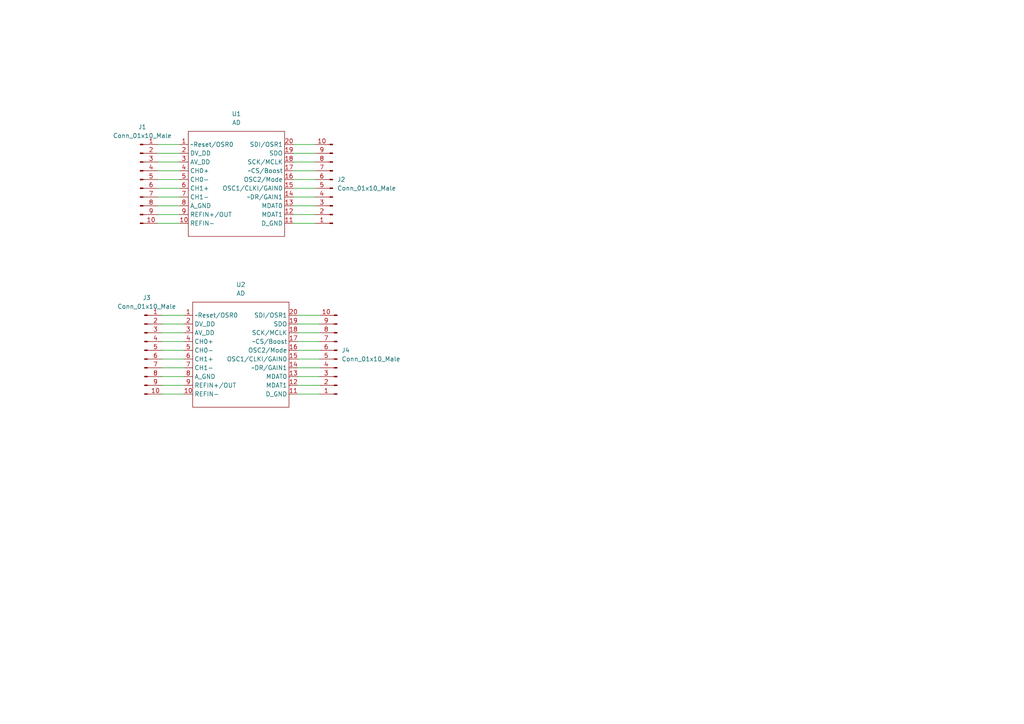
<source format=kicad_sch>
(kicad_sch (version 20211123) (generator eeschema)
  (paper "A4")
  (lib_symbols
    (symbol "Connector:Conn_01x10_Male" (pin_names (offset 1.016) hide)
      (property "Reference" "J" (at 0 12.7 0))
      (property "Value" "Conn_01x10_Male" (at 0 -15.24 0))
      (symbol "Conn_01x10_Male_1_1"
        (polyline (pts (xy 1.27 -12.7) (xy 0.8636 -12.7)) (stroke (width 0.1524)))
        (polyline (pts (xy 1.27 -10.16) (xy 0.8636 -10.16)) (stroke (width 0.1524)))
        (polyline (pts (xy 1.27 -7.62) (xy 0.8636 -7.62)) (stroke (width 0.1524)))
        (polyline (pts (xy 1.27 -5.08) (xy 0.8636 -5.08)) (stroke (width 0.1524)))
        (polyline (pts (xy 1.27 -2.54) (xy 0.8636 -2.54)) (stroke (width 0.1524)))
        (polyline (pts (xy 1.27 0) (xy 0.8636 0)) (stroke (width 0.1524)))
        (polyline (pts (xy 1.27 2.54) (xy 0.8636 2.54)) (stroke (width 0.1524)))
        (polyline (pts (xy 1.27 5.08) (xy 0.8636 5.08)) (stroke (width 0.1524)))
        (polyline (pts (xy 1.27 7.62) (xy 0.8636 7.62)) (stroke (width 0.1524)))
        (polyline (pts (xy 1.27 10.16) (xy 0.8636 10.16)) (stroke (width 0.1524)))
        (rectangle (start 0.8636 -12.573) (end 0 -12.827) (stroke (width 0.1524)) (fill (type outline)))
        (rectangle (start 0.8636 -10.033) (end 0 -10.287) (stroke (width 0.1524)) (fill (type outline)))
        (rectangle (start 0.8636 -7.493) (end 0 -7.747) (stroke (width 0.1524)) (fill (type outline)))
        (rectangle (start 0.8636 -4.953) (end 0 -5.207) (stroke (width 0.1524)) (fill (type outline)))
        (rectangle (start 0.8636 -2.413) (end 0 -2.667) (stroke (width 0.1524)) (fill (type outline)))
        (rectangle (start 0.8636 0.127) (end 0 -0.127) (stroke (width 0.1524)) (fill (type outline)))
        (rectangle (start 0.8636 2.667) (end 0 2.413) (stroke (width 0.1524)) (fill (type outline)))
        (rectangle (start 0.8636 5.207) (end 0 4.953) (stroke (width 0.1524)) (fill (type outline)))
        (rectangle (start 0.8636 7.747) (end 0 7.493) (stroke (width 0.1524)) (fill (type outline)))
        (rectangle (start 0.8636 10.287) (end 0 10.033) (stroke (width 0.1524)) (fill (type outline)))
        (pin passive line (at 5.08 10.16 180) (length 3.81) (name "Pin_1") (number "1"))
        (pin passive line (at 5.08 -12.7 180) (length 3.81) (name "Pin_10") (number "10"))
        (pin passive line (at 5.08 7.62 180) (length 3.81) (name "Pin_2") (number "2"))
        (pin passive line (at 5.08 5.08 180) (length 3.81) (name "Pin_3") (number "3"))
        (pin passive line (at 5.08 2.54 180) (length 3.81) (name "Pin_4") (number "4"))
        (pin passive line (at 5.08 0 180) (length 3.81) (name "Pin_5") (number "5"))
        (pin passive line (at 5.08 -2.54 180) (length 3.81) (name "Pin_6") (number "6"))
        (pin passive line (at 5.08 -5.08 180) (length 3.81) (name "Pin_7") (number "7"))
        (pin passive line (at 5.08 -7.62 180) (length 3.81) (name "Pin_8") (number "8"))
        (pin passive line (at 5.08 -10.16 180) (length 3.81) (name "Pin_9") (number "9"))
      )
    )
    (symbol "MCP3910:AD"
      (property "Reference" "U1" (at 0 3.81 0))
      (property "Value" "AD" (at 0 1.27 0))
      (symbol "AD_0_1"
        (rectangle (start 13.97 -31.75) (end -13.97 -1.27))
      )
      (symbol "AD_1_1"
        (pin input line (at -16.51 -5.08 0) (length 2.54) (name "~Reset/OSR0") (number "1"))
        (pin input line (at -16.51 -27.94 0) (length 2.54) (name "REFIN-") (number "10"))
        (pin input line (at 16.51 -27.94 180) (length 2.54) (name "D_GND") (number "11"))
        (pin input line (at 16.51 -25.4 180) (length 2.54) (name "MDAT1") (number "12"))
        (pin input line (at 16.51 -22.86 180) (length 2.54) (name "MDAT0") (number "13"))
        (pin input line (at 16.51 -20.32 180) (length 2.54) (name "~DR/GAIN1") (number "14"))
        (pin input line (at 16.51 -17.78 180) (length 2.54) (name "OSC1/CLKI/GAIN0") (number "15"))
        (pin input line (at 16.51 -15.24 180) (length 2.54) (name "OSC2/Mode") (number "16"))
        (pin input line (at 16.51 -12.7 180) (length 2.54) (name "~CS/Boost") (number "17"))
        (pin input line (at 16.51 -10.16 180) (length 2.54) (name "SCK/MCLK") (number "18"))
        (pin input line (at 16.51 -7.62 180) (length 2.54) (name "SDO") (number "19"))
        (pin input line (at -16.51 -7.62 0) (length 2.54) (name "DV_DD") (number "2"))
        (pin input line (at 16.51 -5.08 180) (length 2.54) (name "SDI/OSR1") (number "20"))
        (pin input line (at -16.51 -10.16 0) (length 2.54) (name "AV_DD") (number "3"))
        (pin input line (at -16.51 -12.7 0) (length 2.54) (name "CH0+") (number "4"))
        (pin input line (at -16.51 -15.24 0) (length 2.54) (name "CH0-") (number "5"))
        (pin input line (at -16.51 -17.78 0) (length 2.54) (name "CH1+") (number "6"))
        (pin input line (at -16.51 -20.32 0) (length 2.54) (name "CH1-") (number "7"))
        (pin input line (at -16.51 -22.86 0) (length 2.54) (name "A_GND") (number "8"))
        (pin input line (at -16.51 -25.4 0) (length 2.54) (name "REFIN+/OUT") (number "9"))
      )
    )
  )
  (wire (pts (xy 86.36 93.98) (xy 92.71 93.98)))
  (wire (pts (xy 45.72 49.53) (xy 52.07 49.53)))
  (wire (pts (xy 85.09 57.15) (xy 91.44 57.15)))
  (wire (pts (xy 45.72 44.45) (xy 52.07 44.45)))
  (wire (pts (xy 46.99 104.14) (xy 53.34 104.14)))
  (wire (pts (xy 45.72 64.77) (xy 52.07 64.77)))
  (wire (pts (xy 45.72 46.99) (xy 52.07 46.99)))
  (wire (pts (xy 86.36 109.22) (xy 92.71 109.22)))
  (wire (pts (xy 86.36 106.68) (xy 92.71 106.68)))
  (wire (pts (xy 46.99 99.06) (xy 53.34 99.06)))
  (wire (pts (xy 86.36 101.6) (xy 92.71 101.6)))
  (wire (pts (xy 86.36 114.3) (xy 92.71 114.3)))
  (wire (pts (xy 45.72 54.61) (xy 52.07 54.61)))
  (wire (pts (xy 46.99 114.3) (xy 53.34 114.3)))
  (wire (pts (xy 86.36 99.06) (xy 92.71 99.06)))
  (wire (pts (xy 46.99 93.98) (xy 53.34 93.98)))
  (wire (pts (xy 85.09 52.07) (xy 91.44 52.07)))
  (wire (pts (xy 45.72 52.07) (xy 52.07 52.07)))
  (wire (pts (xy 85.09 44.45) (xy 91.44 44.45)))
  (wire (pts (xy 46.99 101.6) (xy 53.34 101.6)))
  (wire (pts (xy 86.36 96.52) (xy 92.71 96.52)))
  (wire (pts (xy 85.09 59.69) (xy 91.44 59.69)))
  (wire (pts (xy 85.09 49.53) (xy 91.44 49.53)))
  (wire (pts (xy 86.36 111.76) (xy 92.71 111.76)))
  (wire (pts (xy 86.36 104.14) (xy 92.71 104.14)))
  (wire (pts (xy 46.99 96.52) (xy 53.34 96.52)))
  (wire (pts (xy 85.09 41.91) (xy 91.44 41.91)))
  (wire (pts (xy 85.09 64.77) (xy 91.44 64.77)))
  (wire (pts (xy 86.36 91.44) (xy 92.71 91.44)))
  (wire (pts (xy 46.99 109.22) (xy 53.34 109.22)))
  (wire (pts (xy 85.09 62.23) (xy 91.44 62.23)))
  (wire (pts (xy 46.99 91.44) (xy 53.34 91.44)))
  (wire (pts (xy 45.72 41.91) (xy 52.07 41.91)))
  (wire (pts (xy 45.72 59.69) (xy 52.07 59.69)))
  (wire (pts (xy 45.72 57.15) (xy 52.07 57.15)))
  (wire (pts (xy 45.72 62.23) (xy 52.07 62.23)))
  (wire (pts (xy 46.99 111.76) (xy 53.34 111.76)))
  (wire (pts (xy 85.09 46.99) (xy 91.44 46.99)))
  (wire (pts (xy 46.99 106.68) (xy 53.34 106.68)))
  (wire (pts (xy 85.09 54.61) (xy 91.44 54.61)))
  (symbol (lib_id "MCP3910:AD") (at 68.58 36.83 0) (unit 1)
    (property "Reference" "U1" (at 68.58 33.02 0))
    (property "Value" "AD" (at 68.58 35.56 0))
    (property "Footprint" "Package_SO:SSOP-20_5.3x7.2mm_P0.65mm" (effects hide))
  )
  (symbol (lib_id "Connector:Conn_01x10_Male") (at 96.52 54.61 180) (unit 1)
    (property "Reference" "J2" (at 97.79 52.0699 0) (effects (justify right)))
    (property "Value" "Conn_01x10_Male" (at 97.79 54.6099 0) (effects (justify right)))
    (property "Footprint" "Connector_PinHeader_2.54mm:PinHeader_1x10_P2.54mm_Vertical" (effects hide))
  )
  (symbol (lib_id "Connector:Conn_01x10_Male") (at 41.91 101.6 0) (unit 1)
    (property "Reference" "J3" (at 42.545 86.36 0))
    (property "Value" "Conn_01x10_Male" (at 42.545 88.9 0))
    (property "Footprint" "Connector_PinHeader_2.54mm:PinHeader_1x10_P2.54mm_Vertical" (effects hide))
  )
  (symbol (lib_id "Connector:Conn_01x10_Male") (at 97.79 104.14 180) (unit 1)
    (property "Reference" "J4" (at 99.06 101.5999 0) (effects (justify right)))
    (property "Value" "Conn_01x10_Male" (at 99.06 104.1399 0) (effects (justify right)))
    (property "Footprint" "Connector_PinHeader_2.54mm:PinHeader_1x10_P2.54mm_Vertical" (effects hide))
  )
  (symbol (lib_id "Connector:Conn_01x10_Male") (at 40.64 52.07 0) (unit 1)
    (property "Reference" "J1" (at 41.275 36.83 0))
    (property "Value" "Conn_01x10_Male" (at 41.275 39.37 0))
    (property "Footprint" "Connector_PinHeader_2.54mm:PinHeader_1x10_P2.54mm_Vertical" (effects hide))
  )
  (symbol (lib_id "MCP3910:AD") (at 69.85 86.36 0) (unit 1)
    (property "Reference" "U2" (at 69.85 82.55 0))
    (property "Value" "AD" (at 69.85 85.09 0))
    (property "Footprint" "Package_SO:SSOP-20_5.3x7.2mm_P0.65mm" (effects hide))
  )
)
</source>
